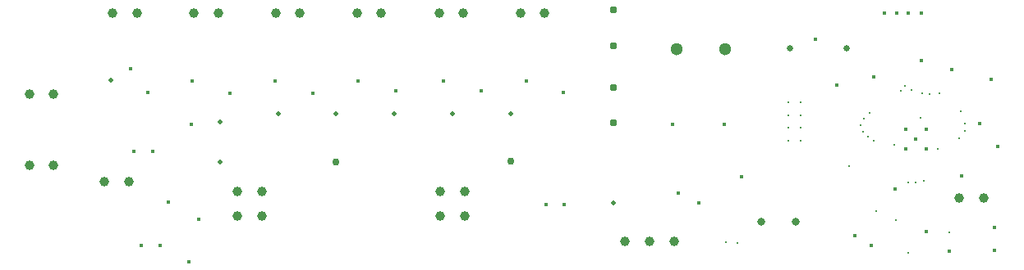
<source format=gbr>
%TF.GenerationSoftware,KiCad,Pcbnew,(6.0.9)*%
%TF.CreationDate,2022-11-18T22:56:36-06:00*%
%TF.ProjectId,better-klipper-expander,62657474-6572-42d6-9b6c-69707065722d,V1*%
%TF.SameCoordinates,Original*%
%TF.FileFunction,Plated,1,4,PTH,Drill*%
%TF.FilePolarity,Positive*%
%FSLAX46Y46*%
G04 Gerber Fmt 4.6, Leading zero omitted, Abs format (unit mm)*
G04 Created by KiCad (PCBNEW (6.0.9)) date 2022-11-18 22:56:36*
%MOMM*%
%LPD*%
G01*
G04 APERTURE LIST*
%TA.AperFunction,ComponentDrill*%
%ADD10C,0.200000*%
%TD*%
%TA.AperFunction,ViaDrill*%
%ADD11C,0.250000*%
%TD*%
%TA.AperFunction,ViaDrill*%
%ADD12C,0.300000*%
%TD*%
%TA.AperFunction,ViaDrill*%
%ADD13C,0.400000*%
%TD*%
%TA.AperFunction,ViaDrill*%
%ADD14C,0.500000*%
%TD*%
%TA.AperFunction,ComponentDrill*%
%ADD15C,0.660400*%
%TD*%
%TA.AperFunction,ViaDrill*%
%ADD16C,0.750000*%
%TD*%
%TA.AperFunction,ComponentDrill*%
%ADD17C,0.780000*%
%TD*%
%TA.AperFunction,ComponentDrill*%
%ADD18C,0.800000*%
%TD*%
%TA.AperFunction,ComponentDrill*%
%ADD19C,1.000000*%
%TD*%
%TA.AperFunction,ComponentDrill*%
%ADD20C,1.300000*%
%TD*%
G04 APERTURE END LIST*
D10*
%TO.C,U3*%
X169790000Y-89850000D03*
X169790000Y-91150000D03*
X169790000Y-92450000D03*
X169790000Y-93750000D03*
X171090000Y-89850000D03*
X171090000Y-91150000D03*
X171090000Y-92450000D03*
X171090000Y-93750000D03*
%TD*%
D11*
X164550569Y-104349431D03*
X177300000Y-92200000D03*
X177500000Y-92900000D03*
X177600000Y-91500000D03*
X178000000Y-93400000D03*
X178200000Y-90900000D03*
X178600000Y-93800000D03*
X180700000Y-94200000D03*
X181371850Y-88653165D03*
X181800000Y-88100000D03*
X182200000Y-98100000D03*
X182512000Y-88500961D03*
X182900000Y-98100000D03*
X183400000Y-91400000D03*
X183620878Y-88920878D03*
X183797382Y-97911054D03*
X184376516Y-88940488D03*
X185200000Y-94600000D03*
X185400000Y-88875500D03*
X187400000Y-93500000D03*
X187600000Y-90700000D03*
X188000000Y-92000000D03*
X188025500Y-92800000D03*
D12*
X163400000Y-104300000D03*
X176100000Y-96400000D03*
X178900000Y-101100000D03*
X180900000Y-102000000D03*
X182200000Y-105400000D03*
X186400000Y-103300000D03*
D13*
X102000000Y-86300000D03*
X102312600Y-94887400D03*
X103125100Y-104587400D03*
X103812500Y-88812500D03*
X104250000Y-94900000D03*
X105062500Y-104600000D03*
X105900000Y-100100000D03*
X108000000Y-106300000D03*
X108237500Y-92100000D03*
X108362500Y-87587500D03*
X109050000Y-101937500D03*
X112262500Y-88900000D03*
X116862500Y-87582905D03*
X120762500Y-88900000D03*
X125462500Y-87571351D03*
X129362500Y-88600000D03*
X134262500Y-87571351D03*
X138112500Y-88662500D03*
X142762500Y-87571351D03*
X144800000Y-100400000D03*
X146612500Y-88762500D03*
X146700000Y-100400000D03*
X157900000Y-92100000D03*
X158500000Y-99200000D03*
X160600000Y-100200000D03*
X163245000Y-92095000D03*
X165000000Y-97550000D03*
X172600000Y-83300000D03*
X174800000Y-88000000D03*
X176650000Y-103650000D03*
X178400000Y-104600000D03*
X178600000Y-87200000D03*
X179700000Y-80600000D03*
X180850000Y-98800000D03*
X181000000Y-80600000D03*
X181917500Y-92605000D03*
X181917500Y-94605000D03*
X182200000Y-80600000D03*
X182917500Y-93600000D03*
X183500000Y-80600000D03*
X183500000Y-85500000D03*
X184000000Y-103200000D03*
X184017500Y-92605000D03*
X184017500Y-94605000D03*
X186400000Y-105200000D03*
X186700000Y-86400000D03*
X187700000Y-97400000D03*
X189500000Y-92000000D03*
X190700000Y-87400000D03*
X191100000Y-102800000D03*
X191100000Y-105100000D03*
X191400000Y-94400000D03*
D14*
X99950000Y-87550000D03*
X111200000Y-91800000D03*
X111200000Y-96000000D03*
X117200000Y-91000000D03*
X123200000Y-91000000D03*
X129200000Y-91000000D03*
X135200000Y-91000000D03*
X141200000Y-91000000D03*
X151800000Y-100200000D03*
D15*
%TO.C,J2*%
X170010001Y-84210801D03*
X175789999Y-84210801D03*
%TD*%
D16*
X123200000Y-96000000D03*
X141200000Y-95900000D03*
D17*
%TO.C,F2*%
X151800000Y-80250000D03*
X151800000Y-83950000D03*
X151800000Y-88250000D03*
X151800000Y-91950000D03*
D18*
%TO.C,C19*%
X167047349Y-102200000D03*
X170547349Y-102200000D03*
D19*
%TO.C,J10*%
X91545000Y-88975000D03*
%TO.C,J6*%
X91545000Y-96295000D03*
%TO.C,J10*%
X94045000Y-88975000D03*
%TO.C,J6*%
X94045000Y-96295000D03*
%TO.C,JP2*%
X99325000Y-98000000D03*
%TO.C,J9*%
X100150000Y-80575000D03*
%TO.C,JP2*%
X101865000Y-98000000D03*
%TO.C,J9*%
X102650000Y-80575000D03*
%TO.C,J8*%
X108550000Y-80575000D03*
X111050000Y-80575000D03*
%TO.C,J13*%
X112960000Y-99025000D03*
X112960000Y-101565000D03*
X115500000Y-99025000D03*
X115500000Y-101565000D03*
%TO.C,J7*%
X116950000Y-80575000D03*
X119450000Y-80575000D03*
%TO.C,J5*%
X125350000Y-80575000D03*
X127850000Y-80575000D03*
%TO.C,J4*%
X133800000Y-80575000D03*
%TO.C,J11*%
X133925000Y-99025000D03*
X133925000Y-101565000D03*
%TO.C,J4*%
X136300000Y-80575000D03*
%TO.C,J11*%
X136465000Y-99025000D03*
X136465000Y-101565000D03*
%TO.C,J3*%
X142200000Y-80575000D03*
X144700000Y-80575000D03*
%TO.C,J12*%
X152920000Y-104200000D03*
X155460000Y-104200000D03*
X158000000Y-104200000D03*
%TO.C,JP1*%
X187425000Y-99700000D03*
X189965000Y-99700000D03*
D20*
%TO.C,J1*%
X158300000Y-84295000D03*
X163300000Y-84295000D03*
M02*

</source>
